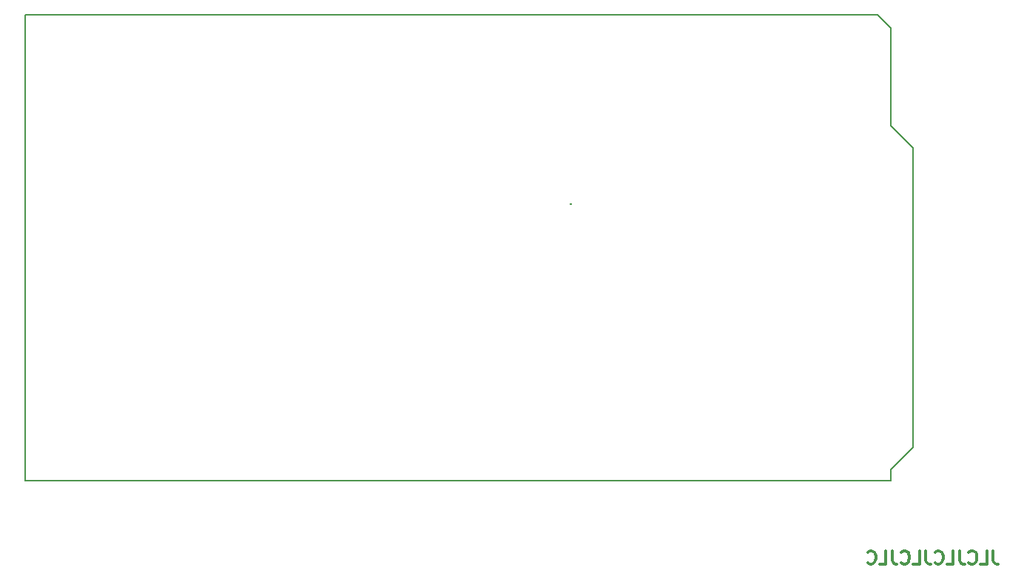
<source format=gbo>
G04 #@! TF.GenerationSoftware,KiCad,Pcbnew,(7.0.0-0)*
G04 #@! TF.CreationDate,2023-12-24T21:03:28+08:00*
G04 #@! TF.ProjectId,Arduino Shield,41726475-696e-46f2-9053-6869656c642e,rev?*
G04 #@! TF.SameCoordinates,Original*
G04 #@! TF.FileFunction,Legend,Bot*
G04 #@! TF.FilePolarity,Positive*
%FSLAX46Y46*%
G04 Gerber Fmt 4.6, Leading zero omitted, Abs format (unit mm)*
G04 Created by KiCad (PCBNEW (7.0.0-0)) date 2023-12-24 21:03:28*
%MOMM*%
%LPD*%
G01*
G04 APERTURE LIST*
%ADD10C,0.300000*%
%ADD11C,0.150000*%
%ADD12R,2.400000X2.400000*%
%ADD13C,2.400000*%
%ADD14O,1.727200X1.727200*%
%ADD15R,1.727200X1.727200*%
G04 APERTURE END LIST*
D10*
X133326285Y-92153571D02*
X133326285Y-93225000D01*
X133326285Y-93225000D02*
X133397714Y-93439285D01*
X133397714Y-93439285D02*
X133540571Y-93582142D01*
X133540571Y-93582142D02*
X133754857Y-93653571D01*
X133754857Y-93653571D02*
X133897714Y-93653571D01*
X131897714Y-93653571D02*
X132612000Y-93653571D01*
X132612000Y-93653571D02*
X132612000Y-92153571D01*
X130540571Y-93510714D02*
X130611999Y-93582142D01*
X130611999Y-93582142D02*
X130826285Y-93653571D01*
X130826285Y-93653571D02*
X130969142Y-93653571D01*
X130969142Y-93653571D02*
X131183428Y-93582142D01*
X131183428Y-93582142D02*
X131326285Y-93439285D01*
X131326285Y-93439285D02*
X131397714Y-93296428D01*
X131397714Y-93296428D02*
X131469142Y-93010714D01*
X131469142Y-93010714D02*
X131469142Y-92796428D01*
X131469142Y-92796428D02*
X131397714Y-92510714D01*
X131397714Y-92510714D02*
X131326285Y-92367857D01*
X131326285Y-92367857D02*
X131183428Y-92225000D01*
X131183428Y-92225000D02*
X130969142Y-92153571D01*
X130969142Y-92153571D02*
X130826285Y-92153571D01*
X130826285Y-92153571D02*
X130611999Y-92225000D01*
X130611999Y-92225000D02*
X130540571Y-92296428D01*
X129469142Y-92153571D02*
X129469142Y-93225000D01*
X129469142Y-93225000D02*
X129540571Y-93439285D01*
X129540571Y-93439285D02*
X129683428Y-93582142D01*
X129683428Y-93582142D02*
X129897714Y-93653571D01*
X129897714Y-93653571D02*
X130040571Y-93653571D01*
X128040571Y-93653571D02*
X128754857Y-93653571D01*
X128754857Y-93653571D02*
X128754857Y-92153571D01*
X126683428Y-93510714D02*
X126754856Y-93582142D01*
X126754856Y-93582142D02*
X126969142Y-93653571D01*
X126969142Y-93653571D02*
X127111999Y-93653571D01*
X127111999Y-93653571D02*
X127326285Y-93582142D01*
X127326285Y-93582142D02*
X127469142Y-93439285D01*
X127469142Y-93439285D02*
X127540571Y-93296428D01*
X127540571Y-93296428D02*
X127611999Y-93010714D01*
X127611999Y-93010714D02*
X127611999Y-92796428D01*
X127611999Y-92796428D02*
X127540571Y-92510714D01*
X127540571Y-92510714D02*
X127469142Y-92367857D01*
X127469142Y-92367857D02*
X127326285Y-92225000D01*
X127326285Y-92225000D02*
X127111999Y-92153571D01*
X127111999Y-92153571D02*
X126969142Y-92153571D01*
X126969142Y-92153571D02*
X126754856Y-92225000D01*
X126754856Y-92225000D02*
X126683428Y-92296428D01*
X125611999Y-92153571D02*
X125611999Y-93225000D01*
X125611999Y-93225000D02*
X125683428Y-93439285D01*
X125683428Y-93439285D02*
X125826285Y-93582142D01*
X125826285Y-93582142D02*
X126040571Y-93653571D01*
X126040571Y-93653571D02*
X126183428Y-93653571D01*
X124183428Y-93653571D02*
X124897714Y-93653571D01*
X124897714Y-93653571D02*
X124897714Y-92153571D01*
X122826285Y-93510714D02*
X122897713Y-93582142D01*
X122897713Y-93582142D02*
X123111999Y-93653571D01*
X123111999Y-93653571D02*
X123254856Y-93653571D01*
X123254856Y-93653571D02*
X123469142Y-93582142D01*
X123469142Y-93582142D02*
X123611999Y-93439285D01*
X123611999Y-93439285D02*
X123683428Y-93296428D01*
X123683428Y-93296428D02*
X123754856Y-93010714D01*
X123754856Y-93010714D02*
X123754856Y-92796428D01*
X123754856Y-92796428D02*
X123683428Y-92510714D01*
X123683428Y-92510714D02*
X123611999Y-92367857D01*
X123611999Y-92367857D02*
X123469142Y-92225000D01*
X123469142Y-92225000D02*
X123254856Y-92153571D01*
X123254856Y-92153571D02*
X123111999Y-92153571D01*
X123111999Y-92153571D02*
X122897713Y-92225000D01*
X122897713Y-92225000D02*
X122826285Y-92296428D01*
X121754856Y-92153571D02*
X121754856Y-93225000D01*
X121754856Y-93225000D02*
X121826285Y-93439285D01*
X121826285Y-93439285D02*
X121969142Y-93582142D01*
X121969142Y-93582142D02*
X122183428Y-93653571D01*
X122183428Y-93653571D02*
X122326285Y-93653571D01*
X120326285Y-93653571D02*
X121040571Y-93653571D01*
X121040571Y-93653571D02*
X121040571Y-92153571D01*
X118969142Y-93510714D02*
X119040570Y-93582142D01*
X119040570Y-93582142D02*
X119254856Y-93653571D01*
X119254856Y-93653571D02*
X119397713Y-93653571D01*
X119397713Y-93653571D02*
X119611999Y-93582142D01*
X119611999Y-93582142D02*
X119754856Y-93439285D01*
X119754856Y-93439285D02*
X119826285Y-93296428D01*
X119826285Y-93296428D02*
X119897713Y-93010714D01*
X119897713Y-93010714D02*
X119897713Y-92796428D01*
X119897713Y-92796428D02*
X119826285Y-92510714D01*
X119826285Y-92510714D02*
X119754856Y-92367857D01*
X119754856Y-92367857D02*
X119611999Y-92225000D01*
X119611999Y-92225000D02*
X119397713Y-92153571D01*
X119397713Y-92153571D02*
X119254856Y-92153571D01*
X119254856Y-92153571D02*
X119040570Y-92225000D01*
X119040570Y-92225000D02*
X118969142Y-92296428D01*
D11*
X85024000Y-52368142D02*
X85071619Y-52415761D01*
X85071619Y-52415761D02*
X85024000Y-52463380D01*
X85024000Y-52463380D02*
X84976381Y-52415761D01*
X84976381Y-52415761D02*
X85024000Y-52368142D01*
X85024000Y-52368142D02*
X85024000Y-52463380D01*
X22540000Y-30760000D02*
X22540000Y-84100000D01*
X22540000Y-30760000D02*
X120076000Y-30760000D01*
X22540000Y-84100000D02*
X121600000Y-84100000D01*
X120076000Y-30760000D02*
X121600000Y-32284000D01*
X121600000Y-43460000D02*
X121600000Y-32284000D01*
X121600000Y-82830000D02*
X124140000Y-80290000D01*
X121600000Y-84100000D02*
X121600000Y-82830000D01*
X124140000Y-46000000D02*
X121600000Y-43460000D01*
X124140000Y-80290000D02*
X124140000Y-46000000D01*
%LPC*%
D12*
X117265999Y-90677999D03*
D13*
X113766000Y-90678000D03*
X110266000Y-90678000D03*
X106766000Y-90678000D03*
X103266000Y-90678000D03*
X99766000Y-90678000D03*
X96266000Y-90678000D03*
X92766000Y-90678000D03*
D12*
X25339999Y-24129999D03*
D13*
X28840000Y-24130000D03*
X32340000Y-24130000D03*
X35840000Y-24130000D03*
X39340000Y-24130000D03*
X42840000Y-24130000D03*
X46340000Y-24130000D03*
X49840000Y-24130000D03*
X53340000Y-24130000D03*
X56840000Y-24130000D03*
D12*
X130682999Y-58546999D03*
D13*
X130683000Y-62047000D03*
X130683000Y-65547000D03*
X130683000Y-69047000D03*
X130683000Y-72547000D03*
X130683000Y-76047000D03*
X130683000Y-79547000D03*
D12*
X63159999Y-24129999D03*
D13*
X66660000Y-24130000D03*
X70160000Y-24130000D03*
X73660000Y-24130000D03*
X77160000Y-24130000D03*
X80660000Y-24130000D03*
X84160000Y-24130000D03*
X87660000Y-24130000D03*
D12*
X93019999Y-24129999D03*
D13*
X96520000Y-24130000D03*
X100020000Y-24130000D03*
X103520000Y-24130000D03*
X107020000Y-24130000D03*
X110520000Y-24130000D03*
X114020000Y-24130000D03*
X117520000Y-24130000D03*
D12*
X75879999Y-67959999D03*
D13*
X75880000Y-64460000D03*
X75880000Y-60960000D03*
X75880000Y-57460000D03*
X75880000Y-53960000D03*
X75880000Y-50460000D03*
X75880000Y-46960000D03*
X75880000Y-43460000D03*
D12*
X57022999Y-90677999D03*
D13*
X53523000Y-90678000D03*
X50023000Y-90678000D03*
X46523000Y-90678000D03*
X43023000Y-90678000D03*
X39523000Y-90678000D03*
X36023000Y-90678000D03*
D12*
X130682999Y-28066999D03*
D13*
X130683000Y-31567000D03*
X130683000Y-35067000D03*
X130683000Y-38567000D03*
X130683000Y-42067000D03*
X130683000Y-45567000D03*
X130683000Y-49067000D03*
X130683000Y-52567000D03*
D12*
X87405999Y-90677999D03*
D13*
X83906000Y-90678000D03*
X80406000Y-90678000D03*
X76906000Y-90678000D03*
X73406000Y-90678000D03*
X69906000Y-90678000D03*
X66406000Y-90678000D03*
X62906000Y-90678000D03*
D14*
X50479999Y-81559999D03*
X86039999Y-33299999D03*
X83499999Y-33299999D03*
X80959999Y-33299999D03*
X78419999Y-33299999D03*
X58099999Y-81559999D03*
X75879999Y-33299999D03*
X73339999Y-33299999D03*
X88706999Y-53619999D03*
X60639999Y-81559999D03*
X116519999Y-33299999D03*
X119059999Y-33299999D03*
X70799999Y-33299999D03*
X68259999Y-33299999D03*
X64195999Y-33299999D03*
X61655999Y-33299999D03*
X59115999Y-33299999D03*
X56575999Y-33299999D03*
X54035999Y-33299999D03*
X51495999Y-33299999D03*
X91119999Y-33299999D03*
X93659999Y-33299999D03*
X96199999Y-33299999D03*
X98739999Y-33299999D03*
X101279999Y-33299999D03*
X103819999Y-33299999D03*
X106359999Y-33299999D03*
X108899999Y-33299999D03*
X116519999Y-35839999D03*
X119059999Y-35839999D03*
X116519999Y-38379999D03*
X119059999Y-38379999D03*
X116519999Y-40919999D03*
X119059999Y-40919999D03*
X116519999Y-43459999D03*
X119059999Y-43459999D03*
X116519999Y-45999999D03*
X119059999Y-45999999D03*
X116519999Y-48539999D03*
X119059999Y-48539999D03*
X116519999Y-51079999D03*
X119059999Y-51079999D03*
X116519999Y-53619999D03*
X119059999Y-53619999D03*
X116519999Y-56159999D03*
X119059999Y-56159999D03*
X116519999Y-58699999D03*
X119059999Y-58699999D03*
X116519999Y-61239999D03*
X119059999Y-61239999D03*
X116519999Y-63779999D03*
X119059999Y-63779999D03*
X116519999Y-66319999D03*
X119059999Y-66319999D03*
X116519999Y-68859999D03*
X119059999Y-68859999D03*
X116519999Y-71399999D03*
X119059999Y-71399999D03*
X116519999Y-73939999D03*
X119059999Y-73939999D03*
X73339999Y-81559999D03*
X75879999Y-81559999D03*
X78419999Y-81559999D03*
X80959999Y-81559999D03*
X83499999Y-81559999D03*
X86039999Y-81559999D03*
X88579999Y-81559999D03*
X91119999Y-81559999D03*
X96199999Y-81559999D03*
X98739999Y-81559999D03*
X101279999Y-81559999D03*
X103819999Y-81559999D03*
X46415999Y-33299999D03*
X111439999Y-81559999D03*
X113979999Y-81559999D03*
X106359999Y-81559999D03*
X108899999Y-81559999D03*
D15*
X63179999Y-81559999D03*
X65719999Y-81559999D03*
X48955999Y-33299999D03*
X88706999Y-58699999D03*
X116519999Y-76479999D03*
X119059999Y-76479999D03*
D14*
X53019999Y-81559999D03*
X86166999Y-53619999D03*
X88706999Y-56159999D03*
X55559999Y-81559999D03*
X86166999Y-58699999D03*
X86166999Y-56159999D03*
X41335999Y-33299999D03*
X43875999Y-33299999D03*
X68259999Y-81559999D03*
D12*
X63179999Y-68239999D03*
D13*
X63180000Y-64740000D03*
X63180000Y-61240000D03*
X63180000Y-57740000D03*
X63180000Y-54240000D03*
X63180000Y-50740000D03*
X63180000Y-47240000D03*
X63180000Y-43740000D03*
M02*

</source>
